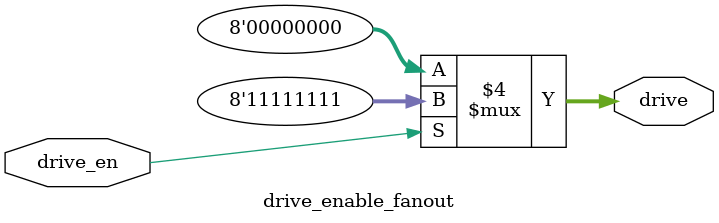
<source format=v>
/*
 * Copyright (c) 2024 Zachary Frazee
 * SPDX-License-Identifier: Apache-2.0
 */

//---------------------------------
//Drive enable device
//---------------------------------
module drive_enable_fanout(
    //Drive enable input signal
    input  wire      drive_en,

    //Output drive signals
    output reg [7:0] drive
);

    //Main Procedural Block
    //--------------------------
    always @(*) begin
        if(drive_en == 0)
            drive = 0;
        else
            drive = 8'hff;
    end

endmodule

</source>
